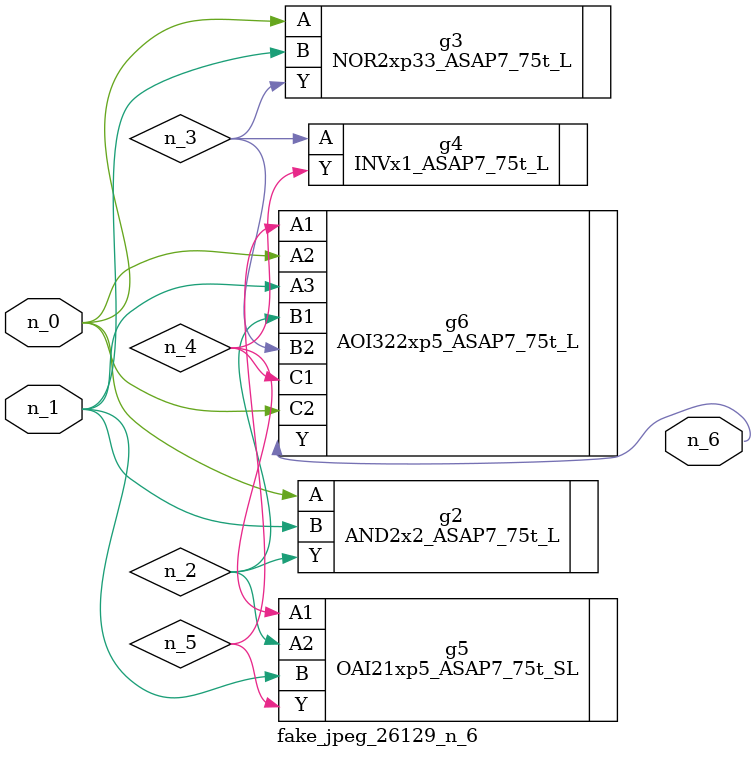
<source format=v>
module fake_jpeg_26129_n_6 (n_0, n_1, n_6);

input n_0;
input n_1;

output n_6;

wire n_2;
wire n_3;
wire n_4;
wire n_5;

AND2x2_ASAP7_75t_L g2 ( 
.A(n_0),
.B(n_1),
.Y(n_2)
);

NOR2xp33_ASAP7_75t_L g3 ( 
.A(n_0),
.B(n_1),
.Y(n_3)
);

INVx1_ASAP7_75t_L g4 ( 
.A(n_3),
.Y(n_4)
);

OAI21xp5_ASAP7_75t_SL g5 ( 
.A1(n_4),
.A2(n_2),
.B(n_1),
.Y(n_5)
);

AOI322xp5_ASAP7_75t_L g6 ( 
.A1(n_5),
.A2(n_0),
.A3(n_1),
.B1(n_2),
.B2(n_3),
.C1(n_4),
.C2(n_0),
.Y(n_6)
);


endmodule
</source>
